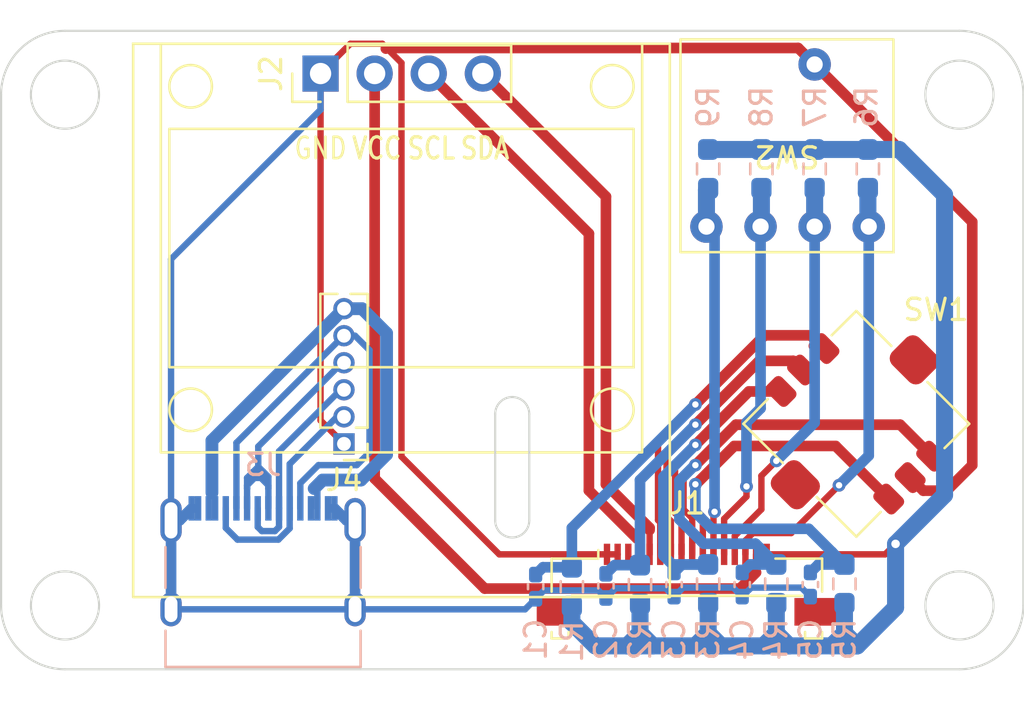
<source format=kicad_pcb>
(kicad_pcb (version 20221018) (generator pcbnew)
  (layers (0 "F.Cu" signal) (31 "B.Cu" signal) (34 "B.Paste" user) (35 "F.Paste" user) (36 "B.SilkS" user "B.Silkscreen") (37 "F.SilkS" user "F.Silkscreen") (38 "B.Mask" user) (39 "F.Mask" user) (44 "Edge.Cuts" user))
  (net 0 "")
  (net 1 "5Dir_IN1")
  (net 2 "GND")
  (net 3 "5Dir_IN2")
  (net 4 "5Dir_IN3")
  (net 5 "5Dir_IN4")
  (net 6 "5Dir_IN5")
  (net 8 "SCL")
  (net 9 "SDA")
  (net 10 "Rotary_IN1")
  (net 11 "Rotary_IN2")
  (net 12 "Rotary_IN3")
  (net 13 "Rotary_IN4")
  (net 14 "+5V")
  (net 15 "+3V3")
  (net 16 "U5V")
  (net 17 "RESET")
  (net 18 "SWCLK")
  (net 19 "SWO")
  (net 20 "SWDIO")
  (footprint "robot_contest:Molex_FFC_1x16_P0.50mm_Horizontal" (layer "F.Cu") (at 157.7 116.8925)
    (fp_text reference "J1" (at 0 -3.7) (layer "F.SilkS"))
    (fp_text value "GPIO")
    (fp_line (start -6.35 -1.1) (end -6.35 0.45) (stroke (width 0.12)) (layer "F.SilkS"))
    (fp_line (start -6.35 2.65) (end -6.35 2.35) (stroke (width 0.12)) (layer "F.SilkS"))
    (fp_line (start -6.35 2.65) (end -5.55 2.65) (stroke (width 0.12)) (layer "F.SilkS"))
    (fp_line (start -5.55 2.65) (end -5.55 2.35) (stroke (width 0.12)) (layer "F.SilkS"))
    (fp_line (start -5.4 0.65) (end 5.4 0.65) (stroke (width 0.12)) (layer "F.SilkS"))
    (fp_line (start -4.16 -1.1) (end -6.35 -1.1) (stroke (width 0.12)) (layer "F.SilkS"))
    (fp_line (start -4.16 -1.1) (end -4.16 -1.5) (stroke (width 0.12)) (layer "F.SilkS"))
    (fp_line (start 4.16 -1.1) (end 6.35 -1.1) (stroke (width 0.12)) (layer "F.SilkS"))
    (fp_line (start 5.55 2.65) (end 5.55 2.35) (stroke (width 0.12)) (layer "F.SilkS"))
    (fp_line (start 6.35 -1.1) (end 6.35 0.45) (stroke (width 0.12)) (layer "F.SilkS"))
    (fp_line (start 6.35 2.65) (end 5.55 2.65) (stroke (width 0.12)) (layer "F.SilkS"))
    (fp_line (start 6.35 2.65) (end 6.35 2.35) (stroke (width 0.12)) (layer "F.SilkS"))
    (pad "1" smd rect (at -3.75 -1.3) (size 0.3 1) (layers "F.Cu" "F.Paste" "F.Mask") (net 2 "GND"))
    (pad "2" smd rect (at -3.25 -1.3) (size 0.3 1) (layers "F.Cu" "F.Paste" "F.Mask") (net 2 "GND"))
    (pad "3" smd rect (at -2.75 -1.3) (size 0.3 1) (layers "F.Cu" "F.Paste" "F.Mask"))
    (pad "4" smd rect (at -2.25 -1.3) (size 0.3 1) (layers "F.Cu" "F.Paste" "F.Mask") (net 8 "SCL"))
    (pad "5" smd rect (at -1.75 -1.3) (size 0.3 1) (layers "F.Cu" "F.Paste" "F.Mask") (net 9 "SDA"))
    (pad "6" smd rect (at -1.25 -1.3) (size 0.3 1) (layers "F.Cu" "F.Paste" "F.Mask") (net 1 "5Dir_IN1"))
    (pad "7" smd rect (at -0.75 -1.3) (size 0.3 1) (layers "F.Cu" "F.Paste" "F.Mask") (net 3 "5Dir_IN2"))
    (pad "8" smd rect (at -0.25 -1.3) (size 0.3 1) (layers "F.Cu" "F.Paste" "F.Mask") (net 4 "5Dir_IN3"))
    (pad "9" smd rect (at 0.25 -1.3) (size 0.3 1) (layers "F.Cu" "F.Paste" "F.Mask") (net 5 "5Dir_IN4"))
    (pad "10" smd rect (at 0.75 -1.3) (size 0.3 1) (layers "F.Cu" "F.Paste" "F.Mask") (net 6 "5Dir_IN5"))
    (pad "11" smd rect (at 1.25 -1.3) (size 0.3 1) (layers "F.Cu" "F.Paste" "F.Mask") (net 10 "Rotary_IN1"))
    (pad "12" smd rect (at 1.75 -1.3) (size 0.3 1) (layers "F.Cu" "F.Paste" "F.Mask") (net 11 "Rotary_IN2"))
    (pad "13" smd rect (at 2.25 -1.3) (size 0.3 1) (layers "F.Cu" "F.Paste" "F.Mask") (net 12 "Rotary_IN3"))
    (pad "14" smd rect (at 2.75 -1.3) (size 0.3 1) (layers "F.Cu" "F.Paste" "F.Mask") (net 13 "Rotary_IN4"))
    (pad "15" smd rect (at 3.25 -1.3) (size 0.3 1) (layers "F.Cu" "F.Paste" "F.Mask") (net 14 "+5V"))
    (pad "16" smd rect (at 3.75 -1.3) (size 0.3 1) (layers "F.Cu" "F.Paste" "F.Mask") (net 15 "+3V3"))
    (pad "MP" smd rect (at -6.05 1.4) (size 2 1.3) (layers "F.Cu" "F.Paste" "F.Mask"))
    (pad "MP" smd rect (at 6.05 1.4) (size 2 1.3) (layers "F.Cu" "F.Paste" "F.Mask"))
  )
  (footprint "robot_contest:FR01FR16P-S" (layer "F.Cu") (at 162.4 96.3925 180)
    (fp_text reference "SW2" (at 0 -0.5 180 unlocked) (layer "F.SilkS"))
    (fp_text value "FR01FR16P-S")
    (fp_rect (start -5 -5) (end 5 5) (stroke (width 0.12)) (fill none) (layer "F.SilkS"))
    (pad "1" thru_hole circle (at -3.84 -3.8 180) (size 1.524 1.524) (drill 0.762) (layers "*.Cu" "*.Mask") (net 13 "Rotary_IN4"))
    (pad "2" thru_hole circle (at -1.3 -3.8 180) (size 1.524 1.524) (drill 0.762) (layers "*.Cu" "*.Mask") (net 12 "Rotary_IN3"))
    (pad "4" thru_hole circle (at 1.24 -3.8 180) (size 1.524 1.524) (drill 0.762) (layers "*.Cu" "*.Mask") (net 11 "Rotary_IN2"))
    (pad "8" thru_hole circle (at 3.78 -3.8 180) (size 1.524 1.524) (drill 0.762) (layers "*.Cu" "*.Mask") (net 10 "Rotary_IN1"))
    (pad "C" thru_hole circle (at -1.3 3.82 180) (size 1.524 1.524) (drill 0.762) (layers "*.Cu" "*.Mask") (net 2 "GND"))
  )
  (footprint "Connector_PinHeader_2.54mm:PinHeader_1x04_P2.54mm_Vertical" (layer "F.Cu") (at 140.5 93 90)
    (fp_text reference "J2" (at 0 -2.33 270) (layer "F.SilkS"))
    (fp_text value "OLED")
    (fp_text user "GND" (at -4.1 -1.3 unlocked) (layer "F.SilkS") (effects (font (size 1 0.8) (thickness 0.125)) (justify left bottom)))
    (fp_text user "SCL" (at -4.1 4 unlocked) (layer "F.SilkS") (effects (font (size 1 0.8)) (justify left bottom)))
    (fp_text user "VCC" (at -4.1 1.4 unlocked) (layer "F.SilkS") (effects (font (size 1 0.8)) (justify left bottom)))
    (fp_text user "SDA" (at -4.1 6.5 unlocked) (layer "F.SilkS") (effects (font (size 1 0.8)) (justify left bottom)))
    (fp_line (start -1.33 -1.33) (end 0 -1.33) (stroke (width 0.12)) (layer "F.SilkS"))
    (fp_line (start -1.33 0) (end -1.33 -1.33) (stroke (width 0.12)) (layer "F.SilkS"))
    (fp_line (start -1.33 1.27) (end -1.33 8.95) (stroke (width 0.12)) (layer "F.SilkS"))
    (fp_line (start -1.33 1.27) (end 1.33 1.27) (stroke (width 0.12)) (layer "F.SilkS"))
    (fp_line (start -1.33 8.95) (end 1.33 8.95) (stroke (width 0.12)) (layer "F.SilkS"))
    (fp_line (start 1.33 1.27) (end 1.33 8.95) (stroke (width 0.12)) (layer "F.SilkS"))
    (fp_rect (start -13.8 14.7) (end -2.6 -7.1) (stroke (width 0.12)) (fill none) (layer "F.SilkS"))
    (fp_rect (start 1.4 -8.8) (end -24.6 16.4) (stroke (width 0.12)) (fill none) (layer "F.SilkS"))
    (fp_rect (start 1.4 -7.5) (end -17.8 15.1) (stroke (width 0.12)) (fill none) (layer "F.SilkS"))
    (fp_circle (center -15.8 -6.1) (end -14.8 -6.1) (stroke (width 0.12)) (fill none) (layer "F.SilkS"))
    (fp_circle (center -15.8 13.7) (end -14.8 13.7) (stroke (width 0.12)) (fill none) (layer "F.SilkS"))
    (fp_circle (center -0.6 -6.1) (end 0.4 -6.1) (stroke (width 0.12)) (fill none) (layer "F.SilkS"))
    (fp_circle (center -0.6 13.7) (end 0.4 13.7) (stroke (width 0.12)) (fill none) (layer "F.SilkS"))
    (pad "1" thru_hole rect (at 0 0 90) (size 1.7 1.7) (drill 1) (layers "*.Cu" "*.Mask") (net 2 "GND"))
    (pad "2" thru_hole oval (at 0 2.54 90) (size 1.7 1.7) (drill 1) (layers "*.Cu" "*.Mask") (net 14 "+5V"))
    (pad "3" thru_hole oval (at 0 5.08 90) (size 1.7 1.7) (drill 1) (layers "*.Cu" "*.Mask") (net 8 "SCL"))
    (pad "4" thru_hole oval (at 0 7.62 90) (size 1.7 1.7) (drill 1) (layers "*.Cu" "*.Mask") (net 9 "SDA"))
  )
  (footprint "robot_contest:SKRHAAE010" (layer "F.Cu") (at 166 109.6)
    (fp_text reference "SW1" (at 3.4 -5.5 unlocked) (layer "F.SilkS"))
    (fp_text value "SKRHABE010")
    (fp_line (start -5.645364 -0.141687) (end -4.5 -1.3) (stroke (width 0.12)) (layer "F.SilkS"))
    (fp_line (start -5.645364 -0.141687) (end -3.8 1.7) (stroke (width 0.12)) (layer "F.SilkS"))
    (fp_line (start -0.342063 -5.444988) (end -1.5 -4.3) (stroke (width 0.12)) (layer "F.SilkS"))
    (fp_line (start -0.342063 -5.444988) (end 1.3 -3.8) (stroke (width 0.12)) (layer "F.SilkS"))
    (fp_line (start -0.342063 5.161614) (end -2.2 3.3) (stroke (width 0.12)) (layer "F.SilkS"))
    (fp_line (start -0.342063 5.161614) (end 0.8 4) (stroke (width 0.12)) (layer "F.SilkS"))
    (fp_line (start 4.961238 -0.141687) (end 3 -2.1) (stroke (width 0.12)) (layer "F.SilkS"))
    (fp_line (start 4.961238 -0.141687) (end 3.8 1) (stroke (width 0.12)) (layer "F.SilkS"))
    (pad "1" smd roundrect (at -1.862342 -3.677221 315) (size 1.35 1) (layers "F.Cu" "F.Paste" "F.Mask") (net 1 "5Dir_IN1"))
    (pad "2" smd roundrect (at -2.86997 -2.669594 315) (size 1.35 1) (layers "F.Cu" "F.Paste" "F.Mask") (net 3 "5Dir_IN2"))
    (pad "3" smd roundrect (at -3.877597 -1.661967 315) (size 1.35 1) (layers "F.Cu" "F.Paste" "F.Mask") (net 4 "5Dir_IN3"))
    (pad "4" smd roundrect (at 3.193471 1.378592 315) (size 1.35 1) (layers "F.Cu" "F.Paste" "F.Mask") (net 5 "5Dir_IN4"))
    (pad "5" smd roundrect (at 2.185844 2.38622 315) (size 1.35 1) (layers "F.Cu" "F.Paste" "F.Mask") (net 2 "GND"))
    (pad "6" smd roundrect (at 1.178217 3.393847 315) (size 1.35 1) (layers "F.Cu" "F.Paste" "F.Mask") (net 6 "5Dir_IN5"))
    (pad "7" smd roundrect (at 2.380298 -3.146891 315) (size 2 1.8) (layers "F.Cu" "F.Paste" "F.Mask"))
    (pad "8" smd roundrect (at -3.205845 2.722095 315) (size 2 1.8) (layers "F.Cu" "F.Paste" "F.Mask"))
  )
  (footprint "Connector_PinHeader_1.27mm:PinHeader_1x06_P1.27mm_Vertical" (layer "F.Cu") (at 141.6 110.4 180)
    (fp_text reference "J4" (at 0 -1.695) (layer "F.SilkS"))
    (fp_text value "Conn_01x06_Socket")
    (fp_line (start -1.11 -0.76) (end 0 -0.76) (stroke (width 0.12)) (layer "F.SilkS"))
    (fp_line (start -1.11 0) (end -1.11 -0.76) (stroke (width 0.12)) (layer "F.SilkS"))
    (fp_line (start -1.11 0.76) (end -1.11 7.045) (stroke (width 0.12)) (layer "F.SilkS"))
    (fp_line (start -1.11 0.76) (end -0.563471 0.76) (stroke (width 0.12)) (layer "F.SilkS"))
    (fp_line (start -1.11 7.045) (end -0.30753 7.045) (stroke (width 0.12)) (layer "F.SilkS"))
    (fp_line (start 0.30753 7.045) (end 1.11 7.045) (stroke (width 0.12)) (layer "F.SilkS"))
    (fp_line (start 0.563471 0.76) (end 1.11 0.76) (stroke (width 0.12)) (layer "F.SilkS"))
    (fp_line (start 1.11 0.76) (end 1.11 7.045) (stroke (width 0.12)) (layer "F.SilkS"))
    (pad "1" thru_hole rect (at 0 0 180) (size 1 1) (drill 0.65) (layers "*.Cu" "*.Mask") (net 2 "GND"))
    (pad "2" thru_hole oval (at 0 1.27 180) (size 1 1) (drill 0.65) (layers "*.Cu" "*.Mask") (net 17 "RESET"))
    (pad "3" thru_hole oval (at 0 2.54 180) (size 1 1) (drill 0.65) (layers "*.Cu" "*.Mask") (net 19 "SWO"))
    (pad "4" thru_hole oval (at 0 3.81 180) (size 1 1) (drill 0.65) (layers "*.Cu" "*.Mask") (net 18 "SWCLK"))
    (pad "5" thru_hole oval (at 0 5.08 180) (size 1 1) (drill 0.65) (layers "*.Cu" "*.Mask") (net 20 "SWDIO"))
    (pad "6" thru_hole oval (at 0 6.35 180) (size 1 1) (drill 0.65) (layers "*.Cu" "*.Mask") (net 16 "U5V"))
  )
  (footprint "Resistor_SMD:R_0603_1608Metric_Pad0.98x0.95mm_HandSolder" (layer "B.Cu") (at 158.7 97.48 -90)
    (fp_text reference "R9" (at -2.9125 0 -270) (layer "B.SilkS") (effects (justify mirror)))
    (fp_text value "10k")
    (fp_line (start -0.254724 -0.5225) (end 0.254724 -0.5225) (stroke (width 0.12)) (layer "B.SilkS"))
    (fp_line (start -0.254724 0.5225) (end 0.254724 0.5225) (stroke (width 0.12)) (layer "B.SilkS"))
    (pad "1" smd roundrect (at -0.9125 0 270) (size 0.975 0.95) (layers "B.Cu" "B.Paste" "B.Mask") (net 15 "+3V3"))
    (pad "2" smd roundrect (at 0.9125 0 270) (size 0.975 0.95) (layers "B.Cu" "B.Paste" "B.Mask") (net 10 "Rotary_IN1"))
  )
  (footprint "Capacitor_SMD:C_0402_1005Metric_Pad0.74x0.62mm_HandSolder" (layer "B.Cu") (at 153.9 117.074278 -90)
    (fp_text reference "C2" (at 2.518222 0 90) (layer "B.SilkS") (effects (justify mirror)))
    (fp_text value "0.1μ")
    (fp_line (start -0.115835 -0.36) (end 0.115835 -0.36) (stroke (width 0.12)) (layer "B.SilkS"))
    (fp_line (start -0.115835 0.36) (end 0.115835 0.36) (stroke (width 0.12)) (layer "B.SilkS"))
    (pad "1" smd roundrect (at -0.5675 0 270) (size 0.735 0.62) (layers "B.Cu" "B.Paste" "B.Mask") (net 3 "5Dir_IN2"))
    (pad "2" smd roundrect (at 0.5675 0 270) (size 0.735 0.62) (layers "B.Cu" "B.Paste" "B.Mask") (net 2 "GND"))
  )
  (footprint "Resistor_SMD:R_0603_1608Metric_Pad0.98x0.95mm_HandSolder" (layer "B.Cu") (at 158.7 116.98 90)
    (fp_text reference "R3" (at -2.6125 0 90) (layer "B.SilkS") (effects (justify mirror)))
    (fp_text value "10k")
    (fp_line (start -0.254724 -0.5225) (end 0.254724 -0.5225) (stroke (width 0.12)) (layer "B.SilkS"))
    (fp_line (start -0.254724 0.5225) (end 0.254724 0.5225) (stroke (width 0.12)) (layer "B.SilkS"))
    (pad "1" smd roundrect (at -0.9125 0 90) (size 0.975 0.95) (layers "B.Cu" "B.Paste" "B.Mask") (net 15 "+3V3"))
    (pad "2" smd roundrect (at 0.9125 0 90) (size 0.975 0.95) (layers "B.Cu" "B.Paste" "B.Mask") (net 4 "5Dir_IN3"))
  )
  (footprint "Resistor_SMD:R_0603_1608Metric_Pad0.98x0.95mm_HandSolder" (layer "B.Cu") (at 163.7 97.48 -90)
    (fp_text reference "R7" (at -2.9125 -0.02 -270) (layer "B.SilkS") (effects (justify mirror)))
    (fp_text value "10k")
    (fp_line (start -0.254724 -0.5225) (end 0.254724 -0.5225) (stroke (width 0.12)) (layer "B.SilkS"))
    (fp_line (start -0.254724 0.5225) (end 0.254724 0.5225) (stroke (width 0.12)) (layer "B.SilkS"))
    (pad "1" smd roundrect (at -0.9125 0 270) (size 0.975 0.95) (layers "B.Cu" "B.Paste" "B.Mask") (net 15 "+3V3"))
    (pad "2" smd roundrect (at 0.9125 0 270) (size 0.975 0.95) (layers "B.Cu" "B.Paste" "B.Mask") (net 12 "Rotary_IN3"))
  )
  (footprint "Resistor_SMD:R_0603_1608Metric_Pad0.98x0.95mm_HandSolder" (layer "B.Cu") (at 155.5 117.010889 90)
    (fp_text reference "R2" (at -2.581611 0 90) (layer "B.SilkS") (effects (justify mirror)))
    (fp_text value "10k")
    (fp_line (start -0.254724 -0.5225) (end 0.254724 -0.5225) (stroke (width 0.12)) (layer "B.SilkS"))
    (fp_line (start -0.254724 0.5225) (end 0.254724 0.5225) (stroke (width 0.12)) (layer "B.SilkS"))
    (pad "1" smd roundrect (at -0.9125 0 90) (size 0.975 0.95) (layers "B.Cu" "B.Paste" "B.Mask") (net 15 "+3V3"))
    (pad "2" smd roundrect (at 0.9125 0 90) (size 0.975 0.95) (layers "B.Cu" "B.Paste" "B.Mask") (net 3 "5Dir_IN2"))
  )
  (footprint "Resistor_SMD:R_0603_1608Metric_Pad0.98x0.95mm_HandSolder" (layer "B.Cu") (at 152.3 117.110889 90)
    (fp_text reference "R1" (at -2.581611 0 90) (layer "B.SilkS") (effects (justify mirror)))
    (fp_text value "10k")
    (fp_line (start -0.254724 -0.5225) (end 0.254724 -0.5225) (stroke (width 0.12)) (layer "B.SilkS"))
    (fp_line (start -0.254724 0.5225) (end 0.254724 0.5225) (stroke (width 0.12)) (layer "B.SilkS"))
    (pad "1" smd roundrect (at -0.9125 0 90) (size 0.975 0.95) (layers "B.Cu" "B.Paste" "B.Mask") (net 15 "+3V3"))
    (pad "2" smd roundrect (at 0.9125 0 90) (size 0.975 0.95) (layers "B.Cu" "B.Paste" "B.Mask") (net 1 "5Dir_IN1"))
  )
  (footprint "Capacitor_SMD:C_0402_1005Metric_Pad0.74x0.62mm_HandSolder" (layer "B.Cu") (at 157.1 117.010889 -90)
    (fp_text reference "C3" (at 2.581611 0 90) (layer "B.SilkS") (effects (justify mirror)))
    (fp_text value "0.1μ")
    (fp_line (start -0.115835 -0.36) (end 0.115835 -0.36) (stroke (width 0.12)) (layer "B.SilkS"))
    (fp_line (start -0.115835 0.36) (end 0.115835 0.36) (stroke (width 0.12)) (layer "B.SilkS"))
    (pad "1" smd roundrect (at -0.5675 0 270) (size 0.735 0.62) (layers "B.Cu" "B.Paste" "B.Mask") (net 4 "5Dir_IN3"))
    (pad "2" smd roundrect (at 0.5675 0 270) (size 0.735 0.62) (layers "B.Cu" "B.Paste" "B.Mask") (net 2 "GND"))
  )
  (footprint "Capacitor_SMD:C_0402_1005Metric_Pad0.74x0.62mm_HandSolder" (layer "B.Cu") (at 150.6 117.110889 -90)
    (fp_text reference "C1" (at 2.481611 0 90) (layer "B.SilkS") (effects (justify mirror)))
    (fp_text value "0.1μ")
    (fp_line (start -0.115835 -0.36) (end 0.115835 -0.36) (stroke (width 0.12)) (layer "B.SilkS"))
    (fp_line (start -0.115835 0.36) (end 0.115835 0.36) (stroke (width 0.12)) (layer "B.SilkS"))
    (pad "1" smd roundrect (at -0.5675 0 270) (size 0.735 0.62) (layers "B.Cu" "B.Paste" "B.Mask") (net 1 "5Dir_IN1"))
    (pad "2" smd roundrect (at 0.5675 0 270) (size 0.735 0.62) (layers "B.Cu" "B.Paste" "B.Mask") (net 2 "GND"))
  )
  (footprint "Resistor_SMD:R_0603_1608Metric_Pad0.98x0.95mm_HandSolder" (layer "B.Cu") (at 165.1 116.98 90)
    (fp_text reference "R5" (at -2.6125 0 90) (layer "B.SilkS") (effects (justify mirror)))
    (fp_text value "10k")
    (fp_line (start -0.254724 -0.5225) (end 0.254724 -0.5225) (stroke (width 0.12)) (layer "B.SilkS"))
    (fp_line (start -0.254724 0.5225) (end 0.254724 0.5225) (stroke (width 0.12)) (layer "B.SilkS"))
    (pad "1" smd roundrect (at -0.9125 0 90) (size 0.975 0.95) (layers "B.Cu" "B.Paste" "B.Mask") (net 15 "+3V3"))
    (pad "2" smd roundrect (at 0.9125 0 90) (size 0.975 0.95) (layers "B.Cu" "B.Paste" "B.Mask") (net 6 "5Dir_IN5"))
  )
  (footprint "Connector_USB:USB_C_Receptacle_XKB_U262-16XN-4BVC11" (layer "B.Cu") (at 137.8 117.1 180)
    (fp_text reference "J3" (at 0 5.715) (layer "B.SilkS") (effects (justify mirror)))
    (fp_text value "USB_C_Receptacle_USB2.0")
    (fp_line (start -4.58 -3.785) (end -4.58 -2.08) (stroke (width 0.12)) (layer "B.SilkS"))
    (fp_line (start -4.58 1.85) (end -4.58 -0.07) (stroke (width 0.12)) (layer "B.SilkS"))
    (fp_line (start 4.58 -3.785) (end -4.58 -3.785) (stroke (width 0.12)) (layer "B.SilkS"))
    (fp_line (start 4.58 -2.08) (end 4.58 -3.785) (stroke (width 0.12)) (layer "B.SilkS"))
    (fp_line (start 4.58 -0.07) (end 4.58 1.85) (stroke (width 0.12)) (layer "B.SilkS"))
    (pad "" np_thru_hole circle (at -2.89 2.605 180) (size 0.65 0.65) (drill 0.65) (layers "F&B.Cu" "*.Mask"))
    (pad "" np_thru_hole circle (at 2.89 2.605 180) (size 0.65 0.65) (drill 0.65) (layers "F&B.Cu" "*.Mask"))
    (pad "A1" smd rect (at -3.35 3.67 180) (size 0.3 1.15) (layers "B.Cu" "B.Paste" "B.Mask") (net 2 "GND"))
    (pad "A4" smd rect (at -2.55 3.67 180) (size 0.3 1.15) (layers "B.Cu" "B.Paste" "B.Mask") (net 16 "U5V"))
    (pad "A5" smd rect (at -1.25 3.67 180) (size 0.3 1.15) (layers "B.Cu" "B.Paste" "B.Mask") (net 17 "RESET"))
    (pad "A6" smd rect (at -0.25 3.67 180) (size 0.3 1.15) (layers "B.Cu" "B.Paste" "B.Mask") (net 18 "SWCLK"))
    (pad "A7" smd rect (at 0.25 3.67 180) (size 0.3 1.15) (layers "B.Cu" "B.Paste" "B.Mask") (net 19 "SWO"))
    (pad "A8" smd rect (at 1.25 3.67 180) (size 0.3 1.15) (layers "B.Cu" "B.Paste" "B.Mask") (net 20 "SWDIO"))
    (pad "A9" smd rect (at 2.55 3.67 180) (size 0.3 1.15) (layers "B.Cu" "B.Paste" "B.Mask") (net 16 "U5V"))
    (pad "A12" smd rect (at 3.35 3.67 180) (size 0.3 1.15) (layers "B.Cu" "B.Paste" "B.Mask") (net 2 "GND"))
    (pad "B1" smd rect (at 3.05 3.67 180) (size 0.3 1.15) (layers "B.Cu" "B.Paste" "B.Mask") (net 2 "GND"))
    (pad "B4" smd rect (at 2.25 3.67 180) (size 0.3 1.15) (layers "B.Cu" "B.Paste" "B.Mask") (net 16 "U5V"))
    (pad "B5" smd rect (at 1.75 3.67 180) (size 0.3 1.15) (layers "B.Cu" "B.Paste" "B.Mask") (net 17 "RESET"))
    (pad "B6" smd rect (at 0.75 3.67 180) (size 0.3 1.15) (layers "B.Cu" "B.Paste" "B.Mask") (net 18 "SWCLK"))
    (pad "B7" smd rect (at -0.75 3.67 180) (size 0.3 1.15) (layers "B.Cu" "B.Paste" "B.Mask") (net 19 "SWO"))
    (pad "B8" smd rect (at -1.75 3.67 180) (size 0.3 1.15) (layers "B.Cu" "B.Paste" "B.Mask") (net 20 "SWDIO"))
    (pad "B9" smd rect (at -2.25 3.67 180) (size 0.3 1.15) (layers "B.Cu" "B.Paste" "B.Mask") (net 16 "U5V"))
    (pad "B12" smd rect (at -3.05 3.67 180) (size 0.3 1.15) (layers "B.Cu" "B.Paste" "B.Mask") (net 2 "GND"))
    (pad "S1" thru_hole oval (at -4.32 -1.075 180) (size 1 1.6) (drill oval 0.6 1.2) (layers "*.Cu" "*.Mask") (net 2 "GND"))
    (pad "S1" thru_hole oval (at -4.32 3.105 180) (size 1 2.1) (drill oval 0.6 1.7) (layers "*.Cu" "*.Mask") (net 2 "GND"))
    (pad "S1" thru_hole oval (at 4.32 -1.075 180) (size 1 1.6) (drill oval 0.6 1.2) (layers "*.Cu" "*.Mask") (net 2 "GND"))
    (pad "S1" thru_hole oval (at 4.32 3.105 180) (size 1 2.1) (drill oval 0.6 1.7) (layers "*.Cu" "*.Mask") (net 2 "GND"))
  )
  (footprint "Resistor_SMD:R_0603_1608Metric_Pad0.98x0.95mm_HandSolder" (layer "B.Cu") (at 161.2 97.48 -90)
    (fp_text reference "R8" (at -2.9125 0 -270) (layer "B.SilkS") (effects (justify mirror)))
    (fp_text value "10k")
    (fp_line (start -0.254724 -0.5225) (end 0.254724 -0.5225) (stroke (width 0.12)) (layer "B.SilkS"))
    (fp_line (start -0.254724 0.5225) (end 0.254724 0.5225) (stroke (width 0.12)) (layer "B.SilkS"))
    (pad "1" smd roundrect (at -0.9125 0 270) (size 0.975 0.95) (layers "B.Cu" "B.Paste" "B.Mask") (net 15 "+3V3"))
    (pad "2" smd roundrect (at 0.9125 0 270) (size 0.975 0.95) (layers "B.Cu" "B.Paste" "B.Mask") (net 11 "Rotary_IN2"))
  )
  (footprint "Capacitor_SMD:C_0402_1005Metric_Pad0.74x0.62mm_HandSolder" (layer "B.Cu") (at 163.5 117.010889 -90)
    (fp_text reference "C5" (at 2.581611 0 90) (layer "B.SilkS") (effects (justify mirror)))
    (fp_text value "0.1μ")
    (fp_line (start -0.115835 -0.36) (end 0.115835 -0.36) (stroke (width 0.12)) (layer "B.SilkS"))
    (fp_line (start -0.115835 0.36) (end 0.115835 0.36) (stroke (width 0.12)) (layer "B.SilkS"))
    (pad "1" smd roundrect (at -0.5675 0 270) (size 0.735 0.62) (layers "B.Cu" "B.Paste" "B.Mask") (net 6 "5Dir_IN5"))
    (pad "2" smd roundrect (at 0.5675 0 270) (size 0.735 0.62) (layers "B.Cu" "B.Paste" "B.Mask") (net 2 "GND"))
  )
  (footprint "Resistor_SMD:R_0603_1608Metric_Pad0.98x0.95mm_HandSolder" (layer "B.Cu") (at 161.9 116.98 90)
    (fp_text reference "R4" (at -2.6125 0 90) (layer "B.SilkS") (effects (justify mirror)))
    (fp_text value "10k")
    (fp_line (start -0.254724 -0.5225) (end 0.254724 -0.5225) (stroke (width 0.12)) (layer "B.SilkS"))
    (fp_line (start -0.254724 0.5225) (end 0.254724 0.5225) (stroke (width 0.12)) (layer "B.SilkS"))
    (pad "1" smd roundrect (at -0.9125 0 90) (size 0.975 0.95) (layers "B.Cu" "B.Paste" "B.Mask") (net 15 "+3V3"))
    (pad "2" smd roundrect (at 0.9125 0 90) (size 0.975 0.95) (layers "B.Cu" "B.Paste" "B.Mask") (net 5 "5Dir_IN4"))
  )
  (footprint "Capacitor_SMD:C_0402_1005Metric_Pad0.74x0.62mm_HandSolder" (layer "B.Cu") (at 160.3 117.010889 -90)
    (fp_text reference "C4" (at 2.581611 0 90) (layer "B.SilkS") (effects (justify mirror)))
    (fp_text value "0.1μ")
    (fp_line (start -0.115835 -0.36) (end 0.115835 -0.36) (stroke (width 0.12)) (layer "B.SilkS"))
    (fp_line (start -0.115835 0.36) (end 0.115835 0.36) (stroke (width 0.12)) (layer "B.SilkS"))
    (pad "1" smd roundrect (at -0.5675 0 270) (size 0.735 0.62) (layers "B.Cu" "B.Paste" "B.Mask") (net 5 "5Dir_IN4"))
    (pad "2" smd roundrect (at 0.5675 0 270) (size 0.735 0.62) (layers "B.Cu" "B.Paste" "B.Mask") (net 2 "GND"))
  )
  (footprint "Resistor_SMD:R_0603_1608Metric_Pad0.98x0.95mm_HandSolder" (layer "B.Cu") (at 166.2 97.48 -90)
    (fp_text reference "R6" (at -2.9125 0.07 -270) (layer "B.SilkS") (effects (justify mirror)))
    (fp_text value "10k")
    (fp_line (start -0.254724 -0.5225) (end 0.254724 -0.5225) (stroke (width 0.12)) (layer "B.SilkS"))
    (fp_line (start -0.254724 0.5225) (end 0.254724 0.5225) (stroke (width 0.12)) (layer "B.SilkS"))
    (pad "1" smd roundrect (at -0.9125 0 270) (size 0.975 0.95) (layers "B.Cu" "B.Paste" "B.Mask") (net 15 "+3V3"))
    (pad "2" smd roundrect (at 0.9125 0 270) (size 0.975 0.95) (layers "B.Cu" "B.Paste" "B.Mask") (net 13 "Rotary_IN4"))
  )
  (gr_arc (start 150.3 114) (mid 149.5 114.8) (end 148.7 114) (stroke (width 0.1)) (layer "Edge.Cuts"))
  (gr_arc (start 125.498334 93.9925) (mid 126.377 91.871166) (end 128.498334 90.9925) (stroke (width 0.1)) (layer "Edge.Cuts"))
  (gr_line (start 150.3 109) (end 150.3 114) (stroke (width 0.1)) (layer "Edge.Cuts"))
  (gr_line (start 173.5 117.9925) (end 173.5 93.9925) (stroke (width 0.1)) (layer "Edge.Cuts"))
  (gr_circle (center 128.5 117.9925) (end 130.1 117.9925) (stroke (width 0.1)) (fill none) (layer "Edge.Cuts"))
  (gr_line (start 170.5 90.9925) (end 128.5 90.9925) (stroke (width 0.1)) (layer "Edge.Cuts"))
  (gr_circle (center 170.5 117.9925) (end 172.1 117.9925) (stroke (width 0.1)) (fill none) (layer "Edge.Cuts"))
  (gr_arc (start 173.5 117.9925) (mid 172.62132 120.11382) (end 170.5 120.9925) (stroke (width 0.1)) (layer "Edge.Cuts"))
  (gr_line (start 128.5 120.9925) (end 170.5 120.9925) (stroke (width 0.1)) (layer "Edge.Cuts"))
  (gr_line (start 148.7 114) (end 148.7 109) (stroke (width 0.1)) (layer "Edge.Cuts"))
  (gr_arc (start 170.5 90.990834) (mid 172.622498 91.870002) (end 173.501666 93.9925) (stroke (width 0.1)) (layer "Edge.Cuts"))
  (gr_arc (start 148.7 109) (mid 149.5 108.2) (end 150.3 109) (stroke (width 0.1)) (layer "Edge.Cuts"))
  (gr_line (start 125.5 93.9925) (end 125.5 117.9925) (stroke (width 0.1)) (layer "Edge.Cuts"))
  (gr_circle (center 170.498334 93.9925) (end 172.098334 93.9925) (stroke (width 0.1)) (fill none) (layer "Edge.Cuts"))
  (gr_circle (center 128.498334 93.9925) (end 130.098334 93.9925) (stroke (width 0.1)) (fill none) (layer "Edge.Cuts"))
  (gr_arc (start 128.5 120.9925) (mid 126.37868 120.11382) (end 125.5 117.9925) (stroke (width 0.1)) (layer "Edge.Cuts"))
  (segment (start 158.1 108.55) (end 161.35 105.3) (width 0.5) (layer "F.Cu") (net 1))
  (segment (start 156.45 114.088719) (end 156.45 115.5925) (width 0.3) (layer "F.Cu") (net 1))
  (segment (start 161.35 105.3) (end 163.514879 105.3) (width 0.5) (layer "F.Cu") (net 1))
  (segment (start 156.346 113.984717) (end 156.45 114.088719) (width 0.3) (layer "F.Cu") (net 1))
  (segment (start 156.346 110.304) (end 156.346 113.984717) (width 0.3) (layer "F.Cu") (net 1))
  (segment (start 163.514879 105.3) (end 164.137658 105.922779) (width 0.5) (layer "F.Cu") (net 1))
  (segment (start 158.1 108.55) (end 156.346 110.304) (width 0.3) (layer "F.Cu") (net 1))
  (via (at 158.1 108.55) (size 0.6) (drill 0.3) (layers "F.Cu" "B.Cu") (net 1))
  (segment (start 152.3 114.35) (end 152.3 116.198389) (width 0.5) (layer "B.Cu") (net 1))
  (segment (start 152.3 116.198389) (end 150.945 116.198389) (width 0.5) (layer "B.Cu") (net 1))
  (segment (start 150.945 116.198389) (end 150.6 116.543389) (width 0.5) (layer "B.Cu") (net 1))
  (segment (start 158.1 108.55) (end 152.3 114.35) (width 0.5) (layer "B.Cu") (net 1))
  (segment (start 143.595635 91.8) (end 143.566346 91.829289) (width 0.5) (layer "F.Cu") (net 2))
  (segment (start 171.1 111.4) (end 169.9 112.6) (width 0.5) (layer "F.Cu") (net 2))
  (segment (start 168.799624 112.6) (end 168.185844 111.98622) (width 0.5) (layer "F.Cu") (net 2))
  (segment (start 141.6 110.4) (end 140.5 109.3) (width 0.3) (layer "F.Cu") (net 2))
  (segment (start 162.9275 91.8) (end 143.595635 91.8) (width 0.5) (layer "F.Cu") (net 2))
  (segment (start 169.9 112.6) (end 168.799624 112.6) (width 0.5) (layer "F.Cu") (net 2))
  (segment (start 148.8925 115.5925) (end 144.3 111) (width 0.3) (layer "F.Cu") (net 2))
  (segment (start 141.9 91.6) (end 140.5 93) (width 0.3) (layer "F.Cu") (net 2))
  (segment (start 143.4 91.6) (end 141.9 91.6) (width 0.3) (layer "F.Cu") (net 2))
  (segment (start 163.7 92.5725) (end 162.9275 91.8) (width 0.5) (layer "F.Cu") (net 2))
  (segment (start 153.95 115.5925) (end 148.8925 115.5925) (width 0.3) (layer "F.Cu") (net 2))
  (segment (start 144.3 111) (end 144.3 92.5) (width 0.3) (layer "F.Cu") (net 2))
  (segment (start 168.185844 111.98622) (end 168.18622 111.98622) (width 0.3) (layer "F.Cu") (net 2))
  (segment (start 140.5 109.3) (end 140.5 93) (width 0.3) (layer "F.Cu") (net 2))
  (segment (start 171.1 99.9725) (end 171.1 111.4) (width 0.5) (layer "F.Cu") (net 2))
  (segment (start 163.7 92.5725) (end 171.1 99.9725) (width 0.5) (layer "F.Cu") (net 2))
  (segment (start 144.3 92.5) (end 143.4 91.6) (width 0.3) (layer "F.Cu") (net 2))
  (segment (start 153.95 115.5925) (end 154.45 115.5925) (width 0.3) (layer "F.Cu") (net 2))
  (segment (start 142.12 118.175) (end 142.12 113.995) (width 0.5) (layer "B.Cu") (net 2))
  (segment (start 157.1 117.578389) (end 157.523389 117.155) (width 0.3) (layer "B.Cu") (net 2))
  (segment (start 159.876611 117.155) (end 160.3 117.578389) (width 0.3) (layer "B.Cu") (net 2))
  (segment (start 142.12 118.175) (end 150.103389 118.175) (width 0.3) (layer "B.Cu") (net 2))
  (segment (start 160.3 117.578389) (end 160.723389 117.155) (width 0.3) (layer "B.Cu") (net 2))
  (segment (start 133.48 113.995) (end 133.48 101.72) (width 0.3) (layer "B.Cu") (net 2))
  (segment (start 154.355889 117.185889) (end 156.7075 117.185889) (width 0.3) (layer "B.Cu") (net 2))
  (segment (start 150.103389 118.175) (end 150.6 117.678389) (width 0.3) (layer "B.Cu") (net 2))
  (segment (start 133.48 118.175) (end 133.48 113.995) (width 0.5) (layer "B.Cu") (net 2))
  (segment (start 156.7075 117.185889) (end 157.1 117.578389) (width 0.3) (layer "B.Cu") (net 2))
  (segment (start 160.723389 117.155) (end 163.076611 117.155) (width 0.3) (layer "B.Cu") (net 2))
  (segment (start 142.12 118.175) (end 133.48 118.175) (width 0.3) (layer "B.Cu") (net 2))
  (segment (start 150.6 117.678389) (end 150.9925 117.285889) (width 0.3) (layer "B.Cu") (net 2))
  (segment (start 140.5 94.7) (end 140.5 93) (width 0.3) (layer "B.Cu") (net 2))
  (segment (start 141.715 113.995) (end 141.15 113.43) (width 0.5) (layer "B.Cu") (net 2))
  (segment (start 133.48 113.995) (end 133.885 113.995) (width 0.5) (layer "B.Cu") (net 2))
  (segment (start 153.9 117.641778) (end 154.355889 117.185889) (width 0.3) (layer "B.Cu") (net 2))
  (segment (start 157.523389 117.155) (end 159.876611 117.155) (width 0.3) (layer "B.Cu") (net 2))
  (segment (start 150.9925 117.285889) (end 153.544111 117.285889) (width 0.3) (layer "B.Cu") (net 2))
  (segment (start 142.12 113.995) (end 141.715 113.995) (width 0.5) (layer "B.Cu") (net 2))
  (segment (start 163.076611 117.155) (end 163.5 117.578389) (width 0.3) (layer "B.Cu") (net 2))
  (segment (start 133.48 101.72) (end 140.5 94.7) (width 0.3) (layer "B.Cu") (net 2))
  (segment (start 153.544111 117.285889) (end 153.9 117.641778) (width 0.3) (layer "B.Cu") (net 2))
  (segment (start 133.885 113.995) (end 134.45 113.43) (width 0.5) (layer "B.Cu") (net 2))
  (segment (start 156.746 113.819032) (end 156.95 114.023033) (width 0.3) (layer "F.Cu") (net 3))
  (segment (start 156.95 114.023033) (end 156.95 115.5925) (width 0.3) (layer "F.Cu") (net 3))
  (segment (start 158.1 109.5) (end 161.1 106.5) (width 0.5) (layer "F.Cu") (net 3))
  (segment (start 158.1 109.5) (end 156.746 110.854) (width 0.3) (layer "F.Cu") (net 3))
  (segment (start 156.746 110.854) (end 156.746 113.819032) (width 0.3) (layer "F.Cu") (net 3))
  (segment (start 162.699624 106.5) (end 163.13003 106.930406) (width 0.5) (layer "F.Cu") (net 3))
  (segment (start 161.1 106.5) (end 162.699624 106.5) (width 0.5) (layer "F.Cu") (net 3))
  (via (at 158.1 109.5) (size 0.6) (drill 0.3) (layers "F.Cu" "B.Cu") (net 3))
  (segment (start 155.5 116.098389) (end 154.308389 116.098389) (width 0.5) (layer "B.Cu") (net 3))
  (segment (start 154.308389 116.098389) (end 153.9 116.506778) (width 0.5) (layer "B.Cu") (net 3))
  (segment (start 155.5 112.1) (end 155.5 116.098389) (width 0.5) (layer "B.Cu") (net 3))
  (segment (start 158.1 109.5) (end 155.5 112.1) (width 0.5) (layer "B.Cu") (net 3))
  (segment (start 160.611967 107.938033) (end 162.122403 107.938033) (width 0.5) (layer "F.Cu") (net 4))
  (segment (start 157.146 111.404) (end 157.146 113.653347) (width 0.3) (layer "F.Cu") (net 4))
  (segment (start 158.1 110.45) (end 160.611967 107.938033) (width 0.5) (layer "F.Cu") (net 4))
  (segment (start 158.1 110.45) (end 157.146 111.404) (width 0.3) (layer "F.Cu") (net 4))
  (segment (start 157.45 113.957347) (end 157.45 115.5925) (width 0.3) (layer "F.Cu") (net 4))
  (segment (start 157.146 113.653347) (end 157.45 113.957347) (width 0.3) (layer "F.Cu") (net 4))
  (via (at 158.1 110.45) (size 0.6) (drill 0.3) (layers "F.Cu" "B.Cu") (net 4))
  (segment (start 158.1 110.45) (end 156.6 111.95) (width 0.5) (layer "B.Cu") (net 4))
  (segment (start 156.6 111.95) (end 156.6 115.65) (width 0.5) (layer "B.Cu") (net 4))
  (segment (start 156.6 115.65) (end 157.0175 116.0675) (width 0.5) (layer "B.Cu") (net 4))
  (segment (start 157.475889 116.0675) (end 157.1 116.443389) (width 0.5) (layer "B.Cu") (net 4))
  (segment (start 157.0175 116.0675) (end 158.7 116.0675) (width 0.5) (layer "B.Cu") (net 4))
  (segment (start 158.7 116.0675) (end 157.475889 116.0675) (width 0.5) (layer "B.Cu") (net 4))
  (segment (start 157.546 113.487661) (end 157.95 113.891661) (width 0.3) (layer "F.Cu") (net 5))
  (segment (start 158.1 111.4) (end 157.546 111.954) (width 0.3) (layer "F.Cu") (net 5))
  (segment (start 160 109.5) (end 167.714879 109.5) (width 0.5) (layer "F.Cu") (net 5))
  (segment (start 158.1 111.4) (end 160 109.5) (width 0.5) (layer "F.Cu") (net 5))
  (segment (start 157.546 111.954) (end 157.546 113.487661) (width 0.3) (layer "F.Cu") (net 5))
  (segment (start 157.95 113.891661) (end 157.95 115.5925) (width 0.3) (layer "F.Cu") (net 5))
  (segment (start 167.714879 109.5) (end 169.193471 110.978592) (width 0.5) (layer "F.Cu") (net 5))
  (via (at 158.1 111.4) (size 0.6) (drill 0.3) (layers "F.Cu" "B.Cu") (net 5))
  (segment (start 161.1 115.2675) (end 161.1 116.0675) (width 0.5) (layer "B.Cu") (net 5))
  (segment (start 158.075104 111.4) (end 157.35 112.125104) (width 0.5) (layer "B.Cu") (net 5))
  (segment (start 160.675889 116.0675) (end 160.3 116.443389) (width 0.5) (layer "B.Cu") (net 5))
  (segment (start 157.35 113.95) (end 158.4925 115.0925) (width 0.5) (layer "B.Cu") (net 5))
  (segment (start 161.1 116.0675) (end 160.675889 116.0675) (width 0.5) (layer "B.Cu") (net 5))
  (segment (start 161.9 116.0675) (end 160.925 115.0925) (width 0.5) (layer "B.Cu") (net 5))
  (segment (start 158.1 111.4) (end 158.075104 111.4) (width 0.5) (layer "B.Cu") (net 5))
  (segment (start 160.925 115.0925) (end 161.1 115.2675) (width 0.5) (layer "B.Cu") (net 5))
  (segment (start 157.35 112.125104) (end 157.35 113.95) (width 0.5) (layer "B.Cu") (net 5))
  (segment (start 161.9 116.0675) (end 161.1 116.0675) (width 0.5) (layer "B.Cu") (net 5))
  (segment (start 158.4925 115.0925) (end 160.925 115.0925) (width 0.5) (layer "B.Cu") (net 5))
  (segment (start 158.124896 112.3) (end 159.924896 110.5) (width 0.5) (layer "F.Cu") (net 6))
  (segment (start 158.1 113.475975) (end 158.45 113.825975) (width 0.3) (layer "F.Cu") (net 6))
  (segment (start 164.68437 110.5) (end 167.178217 112.993847) (width 0.5) (layer "F.Cu") (net 6))
  (segment (start 158.1 112.3) (end 158.124896 112.3) (width 0.5) (layer "F.Cu") (net 6))
  (segment (start 159.924896 110.5) (end 164.68437 110.5) (width 0.5) (layer "F.Cu") (net 6))
  (segment (start 158.1 112.3) (end 158.1 113.475975) (width 0.3) (layer "F.Cu") (net 6))
  (segment (start 158.45 113.825975) (end 158.45 115.5925) (width 0.3) (layer "F.Cu") (net 6))
  (via (at 158.1 112.3) (size 0.6) (drill 0.3) (layers "F.Cu" "B.Cu") (net 6))
  (segment (start 163.425 114.3925) (end 164.5125 115.48) (width 0.5) (layer "B.Cu") (net 6))
  (segment (start 163.875889 116.0675) (end 163.5 116.443389) (width 0.5) (layer "B.Cu") (net 6))
  (segment (start 165.1 116.0675) (end 164.5125 115.48) (width 0.5) (layer "B.Cu") (net 6))
  (segment (start 158.1 112.3) (end 158.1 113.617396) (width 0.5) (layer "B.Cu") (net 6))
  (segment (start 163.925 116.0675) (end 164.5125 115.48) (width 0.5) (layer "B.Cu") (net 6))
  (segment (start 158.1 113.617396) (end 158.875104 114.3925) (width 0.5) (layer "B.Cu") (net 6))
  (segment (start 158.875104 114.3925) (end 163.425 114.3925) (width 0.5) (layer "B.Cu") (net 6))
  (segment (start 163.875889 116.0675) (end 163.925 116.0675) (width 0.5) (layer "B.Cu") (net 6))
  (segment (start 165.1 116.0675) (end 163.875889 116.0675) (width 0.5) (layer "B.Cu") (net 6))
  (segment (start 155.35375 114.84625) (end 153.1 112.5925) (width 0.5) (layer "F.Cu") (net 8))
  (segment (start 153.1 100.52) (end 145.58 93) (width 0.5) (layer "F.Cu") (net 8))
  (segment (start 155.35375 114.84625) (end 155.45 114.9425) (width 0.3) (layer "F.Cu") (net 8))
  (segment (start 153.1 112.5925) (end 153.1 100.52) (width 0.5) (layer "F.Cu") (net 8))
  (segment (start 155.45 114.9425) (end 155.45 115.5925) (width 0.3) (layer "F.Cu") (net 8))
  (segment (start 155.95 114.45) (end 155.95 114.35) (width 0.5) (layer "F.Cu") (net 9))
  (segment (start 155.95 114.35) (end 153.9 112.3) (width 0.5) (layer "F.Cu") (net 9))
  (segment (start 153.9 98.78) (end 148.12 93) (width 0.5) (layer "F.Cu") (net 9))
  (segment (start 155.95 115.5925) (end 155.95 114.45) (width 0.3) (layer "F.Cu") (net 9))
  (segment (start 153.9 112.3) (end 153.9 98.78) (width 0.5) (layer "F.Cu") (net 9))
  (segment (start 159 113.5925) (end 158.95 113.6425) (width 0.3) (layer "F.Cu") (net 10))
  (segment (start 158.95 113.6425) (end 158.95 115.5925) (width 0.3) (layer "F.Cu") (net 10))
  (via (at 159 113.5925) (size 0.6) (drill 0.3) (layers "F.Cu" "B.Cu") (net 10))
  (segment (start 158.62 98.4725) (end 158.62 100.1925) (width 0.8) (layer "B.Cu") (net 10))
  (segment (start 158.7 98.3925) (end 158.62 98.4725) (width 0.8) (layer "B.Cu") (net 10))
  (segment (start 159 100.5725) (end 158.62 100.1925) (width 0.5) (layer "B.Cu") (net 10))
  (segment (start 159 113.5925) (end 159 100.5725) (width 0.5) (layer "B.Cu") (net 10))
  (segment (start 160.5 112.875975) (end 159.45 113.925975) (width 0.3) (layer "F.Cu") (net 11))
  (segment (start 159.45 113.925975) (end 159.45 115.5925) (width 0.3) (layer "F.Cu") (net 11))
  (segment (start 160.5 112.4) (end 160.5 112.875975) (width 0.3) (layer "F.Cu") (net 11))
  (via (at 160.5 112.4) (size 0.6) (drill 0.3) (layers "F.Cu" "B.Cu") (net 11))
  (segment (start 160.5 109.3925) (end 161.16 108.7325) (width 0.5) (layer "B.Cu") (net 11))
  (segment (start 161.16 108.7325) (end 161.16 100.1925) (width 0.5) (layer "B.Cu") (net 11))
  (segment (start 160.5 112.4) (end 160.5 109.3925) (width 0.5) (layer "B.Cu") (net 11))
  (segment (start 161.2 98.3925) (end 161.2 100.1525) (width 0.8) (layer "B.Cu") (net 11))
  (segment (start 161.2 100.1525) (end 161.16 100.1925) (width 0.8) (layer "B.Cu") (net 11))
  (segment (start 159.95 114.726814) (end 159.95 115.5925) (width 0.3) (layer "F.Cu") (net 12))
  (segment (start 161.2 111.9) (end 161.2 113.476814) (width 0.3) (layer "F.Cu") (net 12))
  (segment (start 161.9 111.2) (end 161.2 111.9) (width 0.3) (layer "F.Cu") (net 12))
  (segment (start 161.2 113.476814) (end 159.95 114.726814) (width 0.3) (layer "F.Cu") (net 12))
  (via (at 161.9 111.2) (size 0.6) (drill 0.3) (layers "F.Cu" "B.Cu") (net 12))
  (segment (start 161.9 111.2) (end 163.7 109.4) (width 0.5) (layer "B.Cu") (net 12))
  (segment (start 163.7 98.3925) (end 163.7 100.1925) (width 0.8) (layer "B.Cu") (net 12))
  (segment (start 163.7 109.4) (end 163.7 100.1925) (width 0.5) (layer "B.Cu") (net 12))
  (segment (start 160.8 114.5925) (end 160.45 114.9425) (width 0.3) (layer "F.Cu") (net 13))
  (segment (start 162.6 114.5925) (end 160.8 114.5925) (width 0.3) (layer "F.Cu") (net 13))
  (segment (start 164.84625 112.34625) (end 162.6 114.5925) (width 0.3) (layer "F.Cu") (net 13))
  (segment (start 160.45 114.9425) (end 160.45 115.5925) (width 0.3) (layer "F.Cu") (net 13))
  (via (at 164.84625 112.34625) (size 0.6) (drill 0.3) (layers "F.Cu" "B.Cu") (net 13))
  (segment (start 164.84625 112.34625) (end 166.24 110.9525) (width 0.5) (layer "B.Cu") (net 13))
  (segment (start 166.24 110.9525) (end 166.24 100.1925) (width 0.5) (layer "B.Cu") (net 13))
  (segment (start 166.2 100.1525) (end 166.24 100.1925) (width 0.8) (layer "B.Cu") (net 13))
  (segment (start 166.2 98.3925) (end 166.2 100.1525) (width 0.8) (layer "B.Cu") (net 13))
  (segment (start 143.04 112.0325) (end 148.2075 117.2) (width 0.5) (layer "F.Cu") (net 14))
  (segment (start 160.95 115.5925) (end 160.95 116.4425) (width 0.3) (layer "F.Cu") (net 14))
  (segment (start 148.2075 117.2) (end 160.1925 117.2) (width 0.5) (layer "F.Cu") (net 14))
  (segment (start 160.1925 117.2) (end 160.95 116.4425) (width 0.5) (layer "F.Cu") (net 14))
  (segment (start 143.04 93) (end 143.04 112.0325) (width 0.5) (layer "F.Cu") (net 14))
  (segment (start 167.0075 115.5925) (end 161.45 115.5925) (width 0.3) (layer "F.Cu") (net 15))
  (segment (start 167.5 115.1) (end 167.0075 115.5925) (width 0.3) (layer "F.Cu") (net 15))
  (via (at 167.5 115.1) (size 0.7) (drill 0.4) (layers "F.Cu" "B.Cu") (net 15))
  (segment (start 155.5 119.2925) (end 156.1 119.8925) (width 0.8) (layer "B.Cu") (net 15))
  (segment (start 161.9 119.2925) (end 162.5 119.8925) (width 0.8) (layer "B.Cu") (net 15))
  (segment (start 165.1 119.8925) (end 164.5 119.8925) (width 0.8) (layer "B.Cu") (net 15))
  (segment (start 161.9 119.2925) (end 161.3 119.8925) (width 0.8) (layer "B.Cu") (net 15))
  (segment (start 161.9 119.8925) (end 161.3 119.8925) (width 0.8) (layer "B.Cu") (net 15))
  (segment (start 158.7 117.8925) (end 158.7 119.2925) (width 0.8) (layer "B.Cu") (net 15))
  (segment (start 169.8 112.8) (end 169.8 98.7) (width 0.8) (layer "B.Cu") (net 15))
  (segment (start 153.4 119.8925) (end 152.3 118.7925) (width 0.8) (layer "B.Cu") (net 15))
  (segment (start 155.5 119.2925) (end 155.5 119.8925) (width 0.8) (layer "B.Cu") (net 15))
  (segment (start 164.5 119.8925) (end 162.5 119.8925) (width 0.8) (layer "B.Cu") (net 15))
  (segment (start 167.5 115.1) (end 169.8 112.8) (width 0.8) (layer "B.Cu") (net 15))
  (segment (start 158.7 119.2925) (end 158.7 119.8925) (width 0.8) (layer "B.Cu") (net 15))
  (segment (start 165.1 117.8925) (end 165.1 119.2925) (width 0.8) (layer "B.Cu") (net 15))
  (segment (start 158.7 119.2925) (end 159.3 119.8925) (width 0.8) (layer "B.Cu") (net 15))
  (segment (start 167.5 115.1) (end 167.5 118.0925) (width 0.8) (layer "B.Cu") (net 15))
  (segment (start 165.1 119.2925) (end 164.5 119.8925) (width 0.8) (layer "B.Cu") (net 15))
  (segment (start 158.7 119.8925) (end 158.1 119.8925) (width 0.8) (layer "B.Cu") (net 15))
  (segment (start 167.5 118.0925) (end 165.7 119.8925) (width 0.8) (layer "B.Cu") (net 15))
  (segment (start 161.3 119.8925) (end 159.3 119.8925) (width 0.8) (layer "B.Cu") (net 15))
  (segment (start 162.5 119.8925) (end 161.9 119.8925) (width 0.8) (layer "B.Cu") (net 15))
  (segment (start 158.7 96.5675) (end 166.2 96.5675) (width 0.8) (layer "B.Cu") (net 15))
  (segment (start 161.9 117.8925) (end 161.9 119.2925) (width 0.8) (layer "B.Cu") (net 15))
  (segment (start 155.5 119.8925) (end 154.9 119.8925) (width 0.8) (layer "B.Cu") (net 15))
  (segment (start 155.5 117.923389) (end 155.5 119.2925) (width 0.8) (layer "B.Cu") (net 15))
  (segment (start 154.9 119.8925) (end 153.4 119.8925) (width 0.8) (layer "B.Cu") (net 15))
  (segment (start 165.1 119.2925) (end 165.1 119.8925) (width 0.8) (layer "B.Cu") (net 15))
  (segment (start 159.3 119.8925) (end 158.7 119.8925) (width 0.8) (layer "B.Cu") (net 15))
  (segment (start 161.9 119.2925) (end 161.9 119.8925) (width 0.8) (layer "B.Cu") (net 15))
  (segment (start 156.1 119.8925) (end 155.5 119.8925) (width 0.8) (layer "B.Cu") (net 15))
  (segment (start 158.1 119.8925) (end 156.1 119.8925) (width 0.8) (layer "B.Cu") (net 15))
  (segment (start 165.1 119.2925) (end 165.7 119.8925) (width 0.8) (layer "B.Cu") (net 15))
  (segment (start 165.7 119.8925) (end 165.1 119.8925) (width 0.8) (layer "B.Cu") (net 15))
  (segment (start 152.3 118.7925) (end 152.3 118.023389) (width 0.8) (layer "B.Cu") (net 15))
  (segment (start 169.8 98.7) (end 167.6675 96.5675) (width 0.8) (layer "B.Cu") (net 15))
  (segment (start 167.6675 96.5675) (end 166.2 96.5675) (width 0.8) (layer "B.Cu") (net 15))
  (segment (start 158.7 119.2925) (end 158.1 119.8925) (width 0.8) (layer "B.Cu") (net 15))
  (segment (start 155.5 119.2925) (end 154.9 119.8925) (width 0.8) (layer "B.Cu") (net 15))
  (segment (start 142.4 112.1) (end 140.6 112.1) (width 0.6) (layer "B.Cu") (net 16))
  (segment (start 141.6 104.05) (end 142.45 104.05) (width 0.6) (layer "B.Cu") (net 16))
  (segment (start 143.6 105.2) (end 143.6 110.9) (width 0.6) (layer "B.Cu") (net 16))
  (segment (start 140.6 112.1) (end 140.2 112.5) (width 0.6) (layer "B.Cu") (net 16))
  (segment (start 141.6 104.05) (end 141.597207 104.05) (width 0.6) (layer "B.Cu") (net 16))
  (segment (start 140.35 113.43) (end 140.35 112.65) (width 0.3) (layer "B.Cu") (net 16))
  (segment (start 143.6 110.9) (end 142.4 112.1) (width 0.6) (layer "B.Cu") (net 16))
  (segment (start 142.45 104.05) (end 143.6 105.2) (width 0.6) (layer "B.Cu") (net 16))
  (segment (start 141.597207 104.05) (end 135.4 110.247207) (width 0.6) (layer "B.Cu") (net 16))
  (segment (start 135.4 110.247207) (end 135.4 112.7) (width 0.6) (layer "B.Cu") (net 16))
  (segment (start 140.35 112.65) (end 140.2 112.5) (width 0.3) (layer "B.Cu") (net 16))
  (segment (start 141.27 109.13) (end 139.05 111.35) (width 0.3) (layer "B.Cu") (net 17))
  (segment (start 136.6 114.9) (end 136.05 114.35) (width 0.3) (layer "B.Cu") (net 17))
  (segment (start 139.05 113.43) (end 139.05 114.370686) (width 0.3) (layer "B.Cu") (net 17))
  (segment (start 139.05 114.370686) (end 138.520685 114.9) (width 0.3) (layer "B.Cu") (net 17))
  (segment (start 139.05 111.35) (end 139.05 113.43) (width 0.3) (layer "B.Cu") (net 17))
  (segment (start 138.520685 114.9) (end 136.6 114.9) (width 0.3) (layer "B.Cu") (net 17))
  (segment (start 141.6 109.13) (end 141.27 109.13) (width 0.3) (layer "B.Cu") (net 17))
  (segment (start 136.05 114.35) (end 136.05 113.43) (width 0.3) (layer "B.Cu") (net 17))
  (segment (start 137.35 111.7) (end 137.8 111.7) (width 0.3) (layer "B.Cu") (net 18))
  (segment (start 137.05 113.43) (end 137.05 112.5) (width 0.3) (layer "B.Cu") (net 18))
  (segment (start 141.6 106.59) (end 141.51 106.59) (width 0.3) (layer "B.Cu") (net 18))
  (segment (start 137.275 111.775) (end 137.575 111.475) (width 0.3) (layer "B.Cu") (net 18))
  (segment (start 138.05 112.5) (end 138.05 113.43) (width 0.3) (layer "B.Cu") (net 18))
  (segment (start 137.575 111.475) (end 137.8 111.7) (width 0.3) (layer "B.Cu") (net 18))
  (segment (start 141.51 106.59) (end 137.575 110.525) (width 0.3) (layer "B.Cu") (net 18))
  (segment (start 138.05 112.35) (end 137.7 112) (width 0.3) (layer "B.Cu") (net 18))
  (segment (start 137.8 111.7) (end 138.05 111.95) (width 0.3) (layer "B.Cu") (net 18))
  (segment (start 138.05 111.95) (end 138.05 112.5) (width 0.3) (layer "B.Cu") (net 18))
  (segment (start 137.05 112.5) (end 137.05 112) (width 0.3) (layer "B.Cu") (net 18))
  (segment (start 137.05 112) (end 137.275 111.775) (width 0.3) (layer "B.Cu") (net 18))
  (segment (start 138.05 111.95) (end 138 112) (width 0.3) (layer "B.Cu") (net 18))
  (segment (start 137.275 111.775) (end 137.35 111.7) (width 0.3) (layer "B.Cu") (net 18))
  (segment (start 137.4 112) (end 137.05 112) (width 0.3) (layer "B.Cu") (net 18))
  (segment (start 137.8 112) (end 137.4 112) (width 0.3) (layer "B.Cu") (net 18))
  (segment (start 137.05 112.35) (end 137.4 112) (width 0.3) (layer "B.Cu") (net 18))
  (segment (start 137.575 110.525) (end 137.575 111.475) (width 0.3) (layer "B.Cu") (net 18))
  (segment (start 138.05 112.5) (end 138.05 112.35) (width 0.3) (layer "B.Cu") (net 18))
  (segment (start 138 112) (end 137.8 112) (width 0.3) (layer "B.Cu") (net 18))
  (segment (start 137.05 112.5) (end 137.05 112.35) (width 0.3) (layer "B.Cu") (net 18))
  (segment (start 138.355 114.5) (end 138.55 114.305) (width 0.3) (layer "B.Cu") (net 19))
  (segment (start 138.55 114.305) (end 138.55 113.43) (width 0.3) (layer "B.Cu") (net 19))
  (segment (start 137.55 114.305) (end 137.745 114.5) (width 0.3) (layer "B.Cu") (net 19))
  (segment (start 141.6 107.86) (end 141.44 107.86) (width 0.3) (layer "B.Cu") (net 19))
  (segment (start 141.44 107.86) (end 138.55 110.75) (width 0.3) (layer "B.Cu") (net 19))
  (segment (start 138.55 110.75) (end 138.55 113.43) (width 0.3) (layer "B.Cu") (net 19))
  (segment (start 137.55 113.43) (end 137.55 114.305) (width 0.3) (layer "B.Cu") (net 19))
  (segment (start 137.745 114.5) (end 138.355 114.5) (width 0.3) (layer "B.Cu") (net 19))
  (segment (start 141.6 105.32) (end 141.58 105.32) (width 0.3) (layer "B.Cu") (net 20))
  (segment (start 142.2 111.4) (end 142.8 110.8) (width 0.3) (layer "B.Cu") (net 20))
  (segment (start 142.8 110.8) (end 142.8 106) (width 0.3) (layer "B.Cu") (net 20))
  (segment (start 142.12 105.32) (end 141.6 105.32) (width 0.3) (layer "B.Cu") (net 20))
  (segment (start 136.55 110.35) (end 136.55 113.43) (width 0.3) (layer "B.Cu") (net 20))
  (segment (start 140.4 111.4) (end 142.2 111.4) (width 0.3) (layer "B.Cu") (net 20))
  (segment (start 139.55 113.43) (end 139.55 112.25) (width 0.3) (layer "B.Cu") (net 20))
  (segment (start 139.55 112.25) (end 140.4 111.4) (width 0.3) (layer "B.Cu") (net 20))
  (segment (start 142.8 106) (end 142.12 105.32) (width 0.3) (layer "B.Cu") (net 20))
  (segment (start 141.58 105.32) (end 136.55 110.35) (width 0.3) (layer "B.Cu") (net 20))
)
</source>
